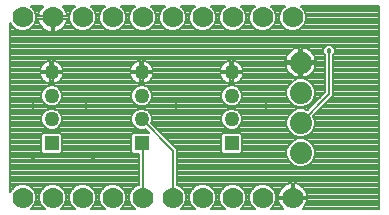
<source format=gbl>
G75*
%MOIN*%
%OFA0B0*%
%FSLAX25Y25*%
%IPPOS*%
%LPD*%
%AMOC8*
5,1,8,0,0,1.08239X$1,22.5*
%
%ADD10C,0.07000*%
%ADD11R,0.05000X0.05000*%
%ADD12C,0.05000*%
%ADD13C,0.07400*%
%ADD14C,0.00800*%
%ADD15C,0.01800*%
D10*
X0011800Y0023933D03*
X0021800Y0023933D03*
X0031800Y0023933D03*
X0041800Y0023933D03*
X0051800Y0023933D03*
X0061800Y0023933D03*
X0071800Y0023933D03*
X0081800Y0023933D03*
X0091800Y0023933D03*
X0101800Y0023933D03*
X0101800Y0084033D03*
X0091800Y0084033D03*
X0081800Y0084033D03*
X0071800Y0084033D03*
X0061800Y0084033D03*
X0051800Y0084033D03*
X0041800Y0084033D03*
X0031800Y0084033D03*
X0021800Y0084033D03*
X0011800Y0084033D03*
D11*
X0021400Y0042172D03*
X0051400Y0042172D03*
X0081400Y0042172D03*
D12*
X0081400Y0050046D03*
X0081400Y0057920D03*
X0081400Y0065794D03*
X0051400Y0065794D03*
X0051400Y0057920D03*
X0051400Y0050046D03*
X0021400Y0050046D03*
X0021400Y0057920D03*
X0021400Y0065794D03*
D13*
X0104400Y0068983D03*
X0104400Y0058983D03*
X0104400Y0048983D03*
X0104400Y0038983D03*
D14*
X0015615Y0021384D02*
X0014514Y0020283D01*
X0019086Y0020283D01*
X0017985Y0021384D01*
X0017300Y0023038D01*
X0017300Y0024828D01*
X0017985Y0026482D01*
X0019251Y0027748D01*
X0020905Y0028433D01*
X0022695Y0028433D01*
X0024349Y0027748D01*
X0025615Y0026482D01*
X0026300Y0024828D01*
X0026300Y0023038D01*
X0025615Y0021384D01*
X0024514Y0020283D01*
X0029086Y0020283D01*
X0027985Y0021384D01*
X0027300Y0023038D01*
X0027300Y0024828D01*
X0027985Y0026482D01*
X0029251Y0027748D01*
X0030905Y0028433D01*
X0032695Y0028433D01*
X0034349Y0027748D01*
X0035615Y0026482D01*
X0036300Y0024828D01*
X0036300Y0023038D01*
X0035615Y0021384D01*
X0034514Y0020283D01*
X0039086Y0020283D01*
X0037985Y0021384D01*
X0037300Y0023038D01*
X0037300Y0024828D01*
X0037985Y0026482D01*
X0039251Y0027748D01*
X0040905Y0028433D01*
X0042695Y0028433D01*
X0044349Y0027748D01*
X0045615Y0026482D01*
X0046300Y0024828D01*
X0046300Y0023038D01*
X0045615Y0021384D01*
X0044514Y0020283D01*
X0049086Y0020283D01*
X0047985Y0021384D01*
X0047300Y0023038D01*
X0047300Y0024828D01*
X0047985Y0026482D01*
X0049251Y0027748D01*
X0050400Y0028224D01*
X0050400Y0038672D01*
X0048486Y0038672D01*
X0047900Y0039258D01*
X0047900Y0045086D01*
X0048486Y0045672D01*
X0053794Y0045672D01*
X0052679Y0046787D01*
X0052096Y0046546D01*
X0050704Y0046546D01*
X0049417Y0047079D01*
X0048433Y0048063D01*
X0047900Y0049350D01*
X0047900Y0050742D01*
X0048433Y0052029D01*
X0049417Y0053013D01*
X0050704Y0053546D01*
X0052096Y0053546D01*
X0053383Y0053013D01*
X0054367Y0052029D01*
X0054900Y0050742D01*
X0054900Y0049350D01*
X0054659Y0048767D01*
X0063200Y0040226D01*
X0063200Y0028224D01*
X0064349Y0027748D01*
X0065615Y0026482D01*
X0066300Y0024828D01*
X0066300Y0023038D01*
X0065615Y0021384D01*
X0064514Y0020283D01*
X0069086Y0020283D01*
X0067985Y0021384D01*
X0067300Y0023038D01*
X0067300Y0024828D01*
X0067985Y0026482D01*
X0069251Y0027748D01*
X0070905Y0028433D01*
X0072695Y0028433D01*
X0074349Y0027748D01*
X0075615Y0026482D01*
X0076300Y0024828D01*
X0076300Y0023038D01*
X0075615Y0021384D01*
X0074514Y0020283D01*
X0079086Y0020283D01*
X0077985Y0021384D01*
X0077300Y0023038D01*
X0077300Y0024828D01*
X0077985Y0026482D01*
X0079251Y0027748D01*
X0080905Y0028433D01*
X0082695Y0028433D01*
X0084349Y0027748D01*
X0085615Y0026482D01*
X0086300Y0024828D01*
X0086300Y0023038D01*
X0085615Y0021384D01*
X0084514Y0020283D01*
X0089086Y0020283D01*
X0087985Y0021384D01*
X0087300Y0023038D01*
X0087300Y0024828D01*
X0087985Y0026482D01*
X0089251Y0027748D01*
X0090905Y0028433D01*
X0092695Y0028433D01*
X0094349Y0027748D01*
X0095615Y0026482D01*
X0096300Y0024828D01*
X0096300Y0023038D01*
X0095615Y0021384D01*
X0094514Y0020283D01*
X0098520Y0020283D01*
X0098062Y0020741D01*
X0097609Y0021365D01*
X0097259Y0022052D01*
X0097021Y0022786D01*
X0096902Y0023533D01*
X0101400Y0023533D01*
X0101400Y0024333D01*
X0096902Y0024333D01*
X0097021Y0025080D01*
X0097259Y0025814D01*
X0097609Y0026501D01*
X0098062Y0027125D01*
X0098608Y0027671D01*
X0099232Y0028124D01*
X0099919Y0028474D01*
X0100653Y0028712D01*
X0101400Y0028831D01*
X0101400Y0024333D01*
X0102200Y0024333D01*
X0106698Y0024333D01*
X0106579Y0025080D01*
X0106341Y0025814D01*
X0105991Y0026501D01*
X0105537Y0027125D01*
X0104992Y0027671D01*
X0104368Y0028124D01*
X0103681Y0028474D01*
X0102947Y0028712D01*
X0102200Y0028831D01*
X0102200Y0024333D01*
X0102200Y0023533D01*
X0106698Y0023533D01*
X0106579Y0022786D01*
X0106341Y0022052D01*
X0105991Y0021365D01*
X0105537Y0020741D01*
X0105080Y0020283D01*
X0130500Y0020283D01*
X0130500Y0087683D01*
X0104514Y0087683D01*
X0105615Y0086582D01*
X0106300Y0084928D01*
X0106300Y0083138D01*
X0105615Y0081484D01*
X0104349Y0080218D01*
X0102695Y0079533D01*
X0100905Y0079533D01*
X0099251Y0080218D01*
X0097985Y0081484D01*
X0097300Y0083138D01*
X0097300Y0084928D01*
X0097985Y0086582D01*
X0099086Y0087683D01*
X0094514Y0087683D01*
X0095615Y0086582D01*
X0096300Y0084928D01*
X0096300Y0083138D01*
X0095615Y0081484D01*
X0094349Y0080218D01*
X0092695Y0079533D01*
X0090905Y0079533D01*
X0089251Y0080218D01*
X0087985Y0081484D01*
X0087300Y0083138D01*
X0087300Y0084928D01*
X0087985Y0086582D01*
X0089086Y0087683D01*
X0084514Y0087683D01*
X0085615Y0086582D01*
X0086300Y0084928D01*
X0086300Y0083138D01*
X0085615Y0081484D01*
X0084349Y0080218D01*
X0082695Y0079533D01*
X0080905Y0079533D01*
X0079251Y0080218D01*
X0077985Y0081484D01*
X0077300Y0083138D01*
X0077300Y0084928D01*
X0077985Y0086582D01*
X0079086Y0087683D01*
X0074514Y0087683D01*
X0075615Y0086582D01*
X0076300Y0084928D01*
X0076300Y0083138D01*
X0075615Y0081484D01*
X0074349Y0080218D01*
X0072695Y0079533D01*
X0070905Y0079533D01*
X0069251Y0080218D01*
X0067985Y0081484D01*
X0067300Y0083138D01*
X0067300Y0084928D01*
X0067985Y0086582D01*
X0069086Y0087683D01*
X0064514Y0087683D01*
X0065615Y0086582D01*
X0066300Y0084928D01*
X0066300Y0083138D01*
X0065615Y0081484D01*
X0064349Y0080218D01*
X0062695Y0079533D01*
X0060905Y0079533D01*
X0059251Y0080218D01*
X0057985Y0081484D01*
X0057300Y0083138D01*
X0057300Y0084928D01*
X0057985Y0086582D01*
X0059086Y0087683D01*
X0054514Y0087683D01*
X0055615Y0086582D01*
X0056300Y0084928D01*
X0056300Y0083138D01*
X0055615Y0081484D01*
X0054349Y0080218D01*
X0052695Y0079533D01*
X0050905Y0079533D01*
X0049251Y0080218D01*
X0047985Y0081484D01*
X0047300Y0083138D01*
X0047300Y0084928D01*
X0047985Y0086582D01*
X0049086Y0087683D01*
X0044514Y0087683D01*
X0045615Y0086582D01*
X0046300Y0084928D01*
X0046300Y0083138D01*
X0045615Y0081484D01*
X0044349Y0080218D01*
X0042695Y0079533D01*
X0040905Y0079533D01*
X0039251Y0080218D01*
X0037985Y0081484D01*
X0037300Y0083138D01*
X0037300Y0084928D01*
X0037985Y0086582D01*
X0039086Y0087683D01*
X0034514Y0087683D01*
X0035615Y0086582D01*
X0036300Y0084928D01*
X0036300Y0083138D01*
X0035615Y0081484D01*
X0034349Y0080218D01*
X0032695Y0079533D01*
X0030905Y0079533D01*
X0029251Y0080218D01*
X0027985Y0081484D01*
X0027300Y0083138D01*
X0027300Y0084928D01*
X0027985Y0086582D01*
X0029086Y0087683D01*
X0025080Y0087683D01*
X0025537Y0087225D01*
X0025991Y0086601D01*
X0026341Y0085914D01*
X0026579Y0085180D01*
X0026698Y0084433D01*
X0022200Y0084433D01*
X0022200Y0083633D01*
X0022200Y0079135D01*
X0022947Y0079254D01*
X0023681Y0079492D01*
X0024368Y0079842D01*
X0024992Y0080296D01*
X0025537Y0080841D01*
X0025991Y0081465D01*
X0026341Y0082152D01*
X0026579Y0082886D01*
X0026698Y0083633D01*
X0022200Y0083633D01*
X0021400Y0083633D01*
X0021400Y0079135D01*
X0020653Y0079254D01*
X0019919Y0079492D01*
X0019232Y0079842D01*
X0018608Y0080296D01*
X0018062Y0080841D01*
X0017609Y0081465D01*
X0017259Y0082152D01*
X0017021Y0082886D01*
X0016902Y0083633D01*
X0021400Y0083633D01*
X0021400Y0084433D01*
X0016902Y0084433D01*
X0017021Y0085180D01*
X0017259Y0085914D01*
X0017609Y0086601D01*
X0018062Y0087225D01*
X0018520Y0087683D01*
X0014514Y0087683D01*
X0015615Y0086582D01*
X0016300Y0084928D01*
X0016300Y0083138D01*
X0015615Y0081484D01*
X0014349Y0080218D01*
X0012695Y0079533D01*
X0010905Y0079533D01*
X0009251Y0080218D01*
X0007985Y0081484D01*
X0007700Y0082172D01*
X0007700Y0025794D01*
X0007985Y0026482D01*
X0009251Y0027748D01*
X0010905Y0028433D01*
X0012695Y0028433D01*
X0014349Y0027748D01*
X0015615Y0026482D01*
X0016300Y0024828D01*
X0016300Y0023038D01*
X0015615Y0021384D01*
X0015609Y0021379D02*
X0017990Y0021379D01*
X0017657Y0022177D02*
X0015943Y0022177D01*
X0016274Y0022976D02*
X0017326Y0022976D01*
X0017300Y0023774D02*
X0016300Y0023774D01*
X0016300Y0024573D02*
X0017300Y0024573D01*
X0017525Y0025371D02*
X0016075Y0025371D01*
X0015744Y0026170D02*
X0017856Y0026170D01*
X0018471Y0026968D02*
X0015129Y0026968D01*
X0014304Y0027767D02*
X0019296Y0027767D01*
X0024304Y0027767D02*
X0029296Y0027767D01*
X0028471Y0026968D02*
X0025129Y0026968D01*
X0025744Y0026170D02*
X0027856Y0026170D01*
X0027525Y0025371D02*
X0026075Y0025371D01*
X0026300Y0024573D02*
X0027300Y0024573D01*
X0027300Y0023774D02*
X0026300Y0023774D01*
X0026274Y0022976D02*
X0027326Y0022976D01*
X0027657Y0022177D02*
X0025943Y0022177D01*
X0025609Y0021379D02*
X0027990Y0021379D01*
X0028789Y0020580D02*
X0024811Y0020580D01*
X0018789Y0020580D02*
X0014811Y0020580D01*
X0007856Y0026170D02*
X0007700Y0026170D01*
X0007700Y0026968D02*
X0008471Y0026968D01*
X0007700Y0027767D02*
X0009296Y0027767D01*
X0007700Y0028565D02*
X0050400Y0028565D01*
X0050400Y0029364D02*
X0007700Y0029364D01*
X0007700Y0030162D02*
X0050400Y0030162D01*
X0050400Y0030961D02*
X0007700Y0030961D01*
X0007700Y0031759D02*
X0050400Y0031759D01*
X0050400Y0032558D02*
X0007700Y0032558D01*
X0007700Y0033356D02*
X0050400Y0033356D01*
X0050400Y0034155D02*
X0007700Y0034155D01*
X0007700Y0034953D02*
X0050400Y0034953D01*
X0050400Y0035752D02*
X0007700Y0035752D01*
X0007700Y0036550D02*
X0050400Y0036550D01*
X0050400Y0037349D02*
X0007700Y0037349D01*
X0007700Y0038147D02*
X0050400Y0038147D01*
X0048212Y0038946D02*
X0024588Y0038946D01*
X0024314Y0038672D02*
X0024900Y0039258D01*
X0024900Y0045086D01*
X0024314Y0045672D01*
X0018486Y0045672D01*
X0017900Y0045086D01*
X0017900Y0039258D01*
X0018486Y0038672D01*
X0024314Y0038672D01*
X0024900Y0039744D02*
X0047900Y0039744D01*
X0047900Y0040543D02*
X0024900Y0040543D01*
X0024900Y0041341D02*
X0047900Y0041341D01*
X0047900Y0042140D02*
X0024900Y0042140D01*
X0024900Y0042938D02*
X0047900Y0042938D01*
X0047900Y0043737D02*
X0024900Y0043737D01*
X0024900Y0044535D02*
X0047900Y0044535D01*
X0048148Y0045334D02*
X0024652Y0045334D01*
X0023383Y0047079D02*
X0022096Y0046546D01*
X0020704Y0046546D01*
X0019417Y0047079D01*
X0018433Y0048063D01*
X0017900Y0049350D01*
X0017900Y0050742D01*
X0018433Y0052029D01*
X0019417Y0053013D01*
X0020704Y0053546D01*
X0022096Y0053546D01*
X0023383Y0053013D01*
X0024367Y0052029D01*
X0024900Y0050742D01*
X0024900Y0049350D01*
X0024367Y0048063D01*
X0023383Y0047079D01*
X0023025Y0046931D02*
X0049775Y0046931D01*
X0048767Y0047729D02*
X0024033Y0047729D01*
X0024560Y0048528D02*
X0048240Y0048528D01*
X0047910Y0049327D02*
X0024890Y0049327D01*
X0024900Y0050125D02*
X0047900Y0050125D01*
X0047975Y0050924D02*
X0024825Y0050924D01*
X0024494Y0051722D02*
X0048306Y0051722D01*
X0048925Y0052521D02*
X0023875Y0052521D01*
X0022644Y0053319D02*
X0050156Y0053319D01*
X0050704Y0054420D02*
X0052096Y0054420D01*
X0053383Y0054953D01*
X0054367Y0055937D01*
X0054900Y0057224D01*
X0054900Y0058616D01*
X0054367Y0059903D01*
X0053383Y0060887D01*
X0052096Y0061420D01*
X0050704Y0061420D01*
X0049417Y0060887D01*
X0048433Y0059903D01*
X0047900Y0058616D01*
X0047900Y0057224D01*
X0048433Y0055937D01*
X0049417Y0054953D01*
X0050704Y0054420D01*
X0049506Y0054916D02*
X0023294Y0054916D01*
X0023383Y0054953D02*
X0024367Y0055937D01*
X0024900Y0057224D01*
X0024900Y0058616D01*
X0024367Y0059903D01*
X0023383Y0060887D01*
X0022096Y0061420D01*
X0020704Y0061420D01*
X0019417Y0060887D01*
X0018433Y0059903D01*
X0017900Y0058616D01*
X0017900Y0057224D01*
X0018433Y0055937D01*
X0019417Y0054953D01*
X0020704Y0054420D01*
X0022096Y0054420D01*
X0023383Y0054953D01*
X0024144Y0055715D02*
X0048656Y0055715D01*
X0048194Y0056513D02*
X0024606Y0056513D01*
X0024900Y0057312D02*
X0047900Y0057312D01*
X0047900Y0058110D02*
X0024900Y0058110D01*
X0024779Y0058909D02*
X0048021Y0058909D01*
X0048352Y0059707D02*
X0024448Y0059707D01*
X0023764Y0060506D02*
X0049036Y0060506D01*
X0050424Y0061304D02*
X0022376Y0061304D01*
X0022538Y0062044D02*
X0023247Y0062338D01*
X0023886Y0062765D01*
X0024429Y0063308D01*
X0024856Y0063947D01*
X0025150Y0064656D01*
X0025299Y0065407D01*
X0021787Y0065407D01*
X0021787Y0061895D01*
X0022538Y0062044D01*
X0022679Y0062103D02*
X0050121Y0062103D01*
X0050262Y0062044D02*
X0049553Y0062338D01*
X0048914Y0062765D01*
X0048371Y0063308D01*
X0047944Y0063947D01*
X0047650Y0064656D01*
X0047501Y0065407D01*
X0051013Y0065407D01*
X0051787Y0065407D01*
X0051787Y0061895D01*
X0052538Y0062044D01*
X0053247Y0062338D01*
X0053886Y0062765D01*
X0054429Y0063308D01*
X0054856Y0063947D01*
X0055150Y0064656D01*
X0055299Y0065407D01*
X0051787Y0065407D01*
X0051787Y0066181D01*
X0055299Y0066181D01*
X0055150Y0066932D01*
X0054856Y0067641D01*
X0054429Y0068280D01*
X0053886Y0068823D01*
X0053247Y0069250D01*
X0052538Y0069544D01*
X0051787Y0069693D01*
X0051787Y0066182D01*
X0051013Y0066182D01*
X0051013Y0069693D01*
X0050262Y0069544D01*
X0049553Y0069250D01*
X0048914Y0068823D01*
X0048371Y0068280D01*
X0047944Y0067641D01*
X0047650Y0066932D01*
X0047501Y0066181D01*
X0051013Y0066181D01*
X0051013Y0065407D01*
X0051013Y0061895D01*
X0050262Y0062044D01*
X0051013Y0062103D02*
X0051787Y0062103D01*
X0051787Y0062901D02*
X0051013Y0062901D01*
X0051013Y0063700D02*
X0051787Y0063700D01*
X0051787Y0064498D02*
X0051013Y0064498D01*
X0051013Y0065297D02*
X0051787Y0065297D01*
X0051787Y0066095D02*
X0081013Y0066095D01*
X0081013Y0066181D02*
X0081013Y0065407D01*
X0081787Y0065407D01*
X0081787Y0061895D01*
X0082538Y0062044D01*
X0083247Y0062338D01*
X0083886Y0062765D01*
X0084429Y0063308D01*
X0084856Y0063947D01*
X0085150Y0064656D01*
X0085299Y0065407D01*
X0081787Y0065407D01*
X0081787Y0066181D01*
X0085299Y0066181D01*
X0085150Y0066932D01*
X0084856Y0067641D01*
X0084429Y0068280D01*
X0083886Y0068823D01*
X0083247Y0069250D01*
X0082538Y0069544D01*
X0081787Y0069693D01*
X0081787Y0066182D01*
X0081013Y0066182D01*
X0081013Y0069693D01*
X0080262Y0069544D01*
X0079553Y0069250D01*
X0078914Y0068823D01*
X0078371Y0068280D01*
X0077944Y0067641D01*
X0077650Y0066932D01*
X0077501Y0066181D01*
X0081013Y0066181D01*
X0081013Y0066894D02*
X0081787Y0066894D01*
X0081787Y0067692D02*
X0081013Y0067692D01*
X0081013Y0068491D02*
X0081787Y0068491D01*
X0081787Y0069289D02*
X0081013Y0069289D01*
X0079647Y0069289D02*
X0053153Y0069289D01*
X0054219Y0068491D02*
X0078581Y0068491D01*
X0077978Y0067692D02*
X0054822Y0067692D01*
X0055158Y0066894D02*
X0077642Y0066894D01*
X0077501Y0065407D02*
X0077650Y0064656D01*
X0077944Y0063947D01*
X0078371Y0063308D01*
X0078914Y0062765D01*
X0079553Y0062338D01*
X0080262Y0062044D01*
X0081013Y0061895D01*
X0081013Y0065407D01*
X0077501Y0065407D01*
X0077523Y0065297D02*
X0055277Y0065297D01*
X0055085Y0064498D02*
X0077715Y0064498D01*
X0078109Y0063700D02*
X0054691Y0063700D01*
X0054023Y0062901D02*
X0078777Y0062901D01*
X0080121Y0062103D02*
X0052679Y0062103D01*
X0052376Y0061304D02*
X0080424Y0061304D01*
X0080704Y0061420D02*
X0079417Y0060887D01*
X0078433Y0059903D01*
X0077900Y0058616D01*
X0077900Y0057224D01*
X0078433Y0055937D01*
X0079417Y0054953D01*
X0080704Y0054420D01*
X0082096Y0054420D01*
X0083383Y0054953D01*
X0084367Y0055937D01*
X0084900Y0057224D01*
X0084900Y0058616D01*
X0084367Y0059903D01*
X0083383Y0060887D01*
X0082096Y0061420D01*
X0080704Y0061420D01*
X0081013Y0062103D02*
X0081787Y0062103D01*
X0081787Y0062901D02*
X0081013Y0062901D01*
X0081013Y0063700D02*
X0081787Y0063700D01*
X0081787Y0064498D02*
X0081013Y0064498D01*
X0081013Y0065297D02*
X0081787Y0065297D01*
X0081787Y0066095D02*
X0100194Y0066095D01*
X0100038Y0066310D02*
X0100510Y0065661D01*
X0101078Y0065093D01*
X0101727Y0064621D01*
X0102442Y0064257D01*
X0103206Y0064009D01*
X0103999Y0063883D01*
X0104000Y0063883D01*
X0104000Y0068583D01*
X0104800Y0068583D01*
X0104800Y0063883D01*
X0104801Y0063883D01*
X0105594Y0064009D01*
X0106358Y0064257D01*
X0107073Y0064621D01*
X0107722Y0065093D01*
X0108290Y0065661D01*
X0108762Y0066310D01*
X0109126Y0067025D01*
X0109374Y0067789D01*
X0109500Y0068582D01*
X0109500Y0068583D01*
X0104800Y0068583D01*
X0104800Y0069383D01*
X0109500Y0069383D01*
X0109500Y0069384D01*
X0109374Y0070177D01*
X0109126Y0070941D01*
X0108762Y0071656D01*
X0108290Y0072305D01*
X0107722Y0072873D01*
X0107073Y0073345D01*
X0106358Y0073709D01*
X0105594Y0073957D01*
X0104801Y0074083D01*
X0104800Y0074083D01*
X0104800Y0069383D01*
X0104000Y0069383D01*
X0104000Y0068583D01*
X0099300Y0068583D01*
X0099300Y0068582D01*
X0099426Y0067789D01*
X0099674Y0067025D01*
X0100038Y0066310D01*
X0099741Y0066894D02*
X0085158Y0066894D01*
X0084822Y0067692D02*
X0099457Y0067692D01*
X0099314Y0068491D02*
X0084219Y0068491D01*
X0083153Y0069289D02*
X0104000Y0069289D01*
X0104000Y0069383D02*
X0099300Y0069383D01*
X0099300Y0069384D01*
X0099426Y0070177D01*
X0099674Y0070941D01*
X0100038Y0071656D01*
X0100510Y0072305D01*
X0101078Y0072873D01*
X0101727Y0073345D01*
X0102442Y0073709D01*
X0103206Y0073957D01*
X0103999Y0074083D01*
X0104000Y0074083D01*
X0104000Y0069383D01*
X0104000Y0070088D02*
X0104800Y0070088D01*
X0104800Y0070886D02*
X0104000Y0070886D01*
X0104000Y0071685D02*
X0104800Y0071685D01*
X0104800Y0072483D02*
X0104000Y0072483D01*
X0104000Y0073282D02*
X0104800Y0073282D01*
X0104800Y0074080D02*
X0104000Y0074080D01*
X0103982Y0074080D02*
X0007700Y0074080D01*
X0007700Y0073282D02*
X0101640Y0073282D01*
X0100688Y0072483D02*
X0007700Y0072483D01*
X0007700Y0071685D02*
X0100059Y0071685D01*
X0099656Y0070886D02*
X0007700Y0070886D01*
X0007700Y0070088D02*
X0099411Y0070088D01*
X0104000Y0068491D02*
X0104800Y0068491D01*
X0104800Y0069289D02*
X0112500Y0069289D01*
X0112500Y0068491D02*
X0109486Y0068491D01*
X0109343Y0067692D02*
X0112500Y0067692D01*
X0112500Y0066894D02*
X0109059Y0066894D01*
X0108606Y0066095D02*
X0112500Y0066095D01*
X0112500Y0065297D02*
X0107926Y0065297D01*
X0106832Y0064498D02*
X0112500Y0064498D01*
X0112500Y0063700D02*
X0084691Y0063700D01*
X0085085Y0064498D02*
X0101968Y0064498D01*
X0100874Y0065297D02*
X0085277Y0065297D01*
X0084023Y0062901D02*
X0101671Y0062901D01*
X0101738Y0062968D02*
X0100416Y0061645D01*
X0099700Y0059918D01*
X0099700Y0058048D01*
X0100416Y0056321D01*
X0101738Y0054999D01*
X0103465Y0054283D01*
X0105335Y0054283D01*
X0107062Y0054999D01*
X0108384Y0056321D01*
X0109100Y0058048D01*
X0109100Y0059918D01*
X0108384Y0061645D01*
X0107062Y0062968D01*
X0105335Y0063683D01*
X0103465Y0063683D01*
X0101738Y0062968D01*
X0100873Y0062103D02*
X0082679Y0062103D01*
X0082376Y0061304D02*
X0100274Y0061304D01*
X0099943Y0060506D02*
X0083764Y0060506D01*
X0084448Y0059707D02*
X0099700Y0059707D01*
X0099700Y0058909D02*
X0084779Y0058909D01*
X0084900Y0058110D02*
X0099700Y0058110D01*
X0100005Y0057312D02*
X0084900Y0057312D01*
X0084606Y0056513D02*
X0100336Y0056513D01*
X0101022Y0055715D02*
X0084144Y0055715D01*
X0083294Y0054916D02*
X0101937Y0054916D01*
X0102586Y0053319D02*
X0082644Y0053319D01*
X0082096Y0053546D02*
X0080704Y0053546D01*
X0079417Y0053013D01*
X0078433Y0052029D01*
X0077900Y0050742D01*
X0077900Y0049350D01*
X0078433Y0048063D01*
X0079417Y0047079D01*
X0080704Y0046546D01*
X0082096Y0046546D01*
X0083383Y0047079D01*
X0084367Y0048063D01*
X0084900Y0049350D01*
X0084900Y0050742D01*
X0084367Y0052029D01*
X0083383Y0053013D01*
X0082096Y0053546D01*
X0080156Y0053319D02*
X0052644Y0053319D01*
X0053875Y0052521D02*
X0078925Y0052521D01*
X0078306Y0051722D02*
X0054494Y0051722D01*
X0054825Y0050924D02*
X0077975Y0050924D01*
X0077900Y0050125D02*
X0054900Y0050125D01*
X0054890Y0049327D02*
X0077910Y0049327D01*
X0078240Y0048528D02*
X0054898Y0048528D01*
X0055696Y0047729D02*
X0078767Y0047729D01*
X0079775Y0046931D02*
X0056495Y0046931D01*
X0057293Y0046132D02*
X0100604Y0046132D01*
X0100416Y0046321D02*
X0101738Y0044999D01*
X0103465Y0044283D01*
X0105335Y0044283D01*
X0107062Y0044999D01*
X0108384Y0046321D01*
X0109100Y0048048D01*
X0109100Y0049918D01*
X0108577Y0051180D01*
X0114480Y0057083D01*
X0115300Y0057903D01*
X0115300Y0071596D01*
X0115800Y0072096D01*
X0115800Y0073670D01*
X0114687Y0074783D01*
X0113113Y0074783D01*
X0112000Y0073670D01*
X0112000Y0072096D01*
X0112500Y0071596D01*
X0112500Y0059063D01*
X0106597Y0053160D01*
X0105335Y0053683D01*
X0103465Y0053683D01*
X0101738Y0052968D01*
X0100416Y0051645D01*
X0099700Y0049918D01*
X0099700Y0048048D01*
X0100416Y0046321D01*
X0100163Y0046931D02*
X0083025Y0046931D01*
X0084033Y0047729D02*
X0099832Y0047729D01*
X0099700Y0048528D02*
X0084560Y0048528D01*
X0084890Y0049327D02*
X0099700Y0049327D01*
X0099786Y0050125D02*
X0084900Y0050125D01*
X0084825Y0050924D02*
X0100117Y0050924D01*
X0100492Y0051722D02*
X0084494Y0051722D01*
X0083875Y0052521D02*
X0101291Y0052521D01*
X0106214Y0053319D02*
X0106756Y0053319D01*
X0107555Y0054118D02*
X0007700Y0054118D01*
X0007700Y0054916D02*
X0019506Y0054916D01*
X0018656Y0055715D02*
X0007700Y0055715D01*
X0007700Y0056513D02*
X0018194Y0056513D01*
X0017900Y0057312D02*
X0007700Y0057312D01*
X0007700Y0058110D02*
X0017900Y0058110D01*
X0018021Y0058909D02*
X0007700Y0058909D01*
X0007700Y0059707D02*
X0018352Y0059707D01*
X0019036Y0060506D02*
X0007700Y0060506D01*
X0007700Y0061304D02*
X0020424Y0061304D01*
X0020262Y0062044D02*
X0019553Y0062338D01*
X0018914Y0062765D01*
X0018371Y0063308D01*
X0017944Y0063947D01*
X0017650Y0064656D01*
X0017501Y0065407D01*
X0021013Y0065407D01*
X0021787Y0065407D01*
X0021787Y0066181D01*
X0025299Y0066181D01*
X0025150Y0066932D01*
X0024856Y0067641D01*
X0024429Y0068280D01*
X0023886Y0068823D01*
X0023247Y0069250D01*
X0022538Y0069544D01*
X0021787Y0069693D01*
X0021787Y0066182D01*
X0021013Y0066182D01*
X0021013Y0069693D01*
X0020262Y0069544D01*
X0019553Y0069250D01*
X0018914Y0068823D01*
X0018371Y0068280D01*
X0017944Y0067641D01*
X0017650Y0066932D01*
X0017501Y0066181D01*
X0021013Y0066181D01*
X0021013Y0065407D01*
X0021013Y0061895D01*
X0020262Y0062044D01*
X0020121Y0062103D02*
X0007700Y0062103D01*
X0007700Y0062901D02*
X0018777Y0062901D01*
X0018109Y0063700D02*
X0007700Y0063700D01*
X0007700Y0064498D02*
X0017715Y0064498D01*
X0017523Y0065297D02*
X0007700Y0065297D01*
X0007700Y0066095D02*
X0021013Y0066095D01*
X0021787Y0066095D02*
X0051013Y0066095D01*
X0051013Y0066894D02*
X0051787Y0066894D01*
X0051787Y0067692D02*
X0051013Y0067692D01*
X0051013Y0068491D02*
X0051787Y0068491D01*
X0051787Y0069289D02*
X0051013Y0069289D01*
X0049647Y0069289D02*
X0023153Y0069289D01*
X0024219Y0068491D02*
X0048581Y0068491D01*
X0047978Y0067692D02*
X0024822Y0067692D01*
X0025158Y0066894D02*
X0047642Y0066894D01*
X0047523Y0065297D02*
X0025277Y0065297D01*
X0025085Y0064498D02*
X0047715Y0064498D01*
X0048109Y0063700D02*
X0024691Y0063700D01*
X0024023Y0062901D02*
X0048777Y0062901D01*
X0053764Y0060506D02*
X0079036Y0060506D01*
X0078352Y0059707D02*
X0054448Y0059707D01*
X0054779Y0058909D02*
X0078021Y0058909D01*
X0077900Y0058110D02*
X0054900Y0058110D01*
X0054900Y0057312D02*
X0077900Y0057312D01*
X0078194Y0056513D02*
X0054606Y0056513D01*
X0054144Y0055715D02*
X0078656Y0055715D01*
X0079506Y0054916D02*
X0053294Y0054916D01*
X0051400Y0050046D02*
X0061800Y0039646D01*
X0061800Y0023933D01*
X0065943Y0022177D02*
X0067657Y0022177D01*
X0067326Y0022976D02*
X0066274Y0022976D01*
X0066300Y0023774D02*
X0067300Y0023774D01*
X0067300Y0024573D02*
X0066300Y0024573D01*
X0066075Y0025371D02*
X0067525Y0025371D01*
X0067856Y0026170D02*
X0065744Y0026170D01*
X0065129Y0026968D02*
X0068471Y0026968D01*
X0069296Y0027767D02*
X0064304Y0027767D01*
X0063200Y0028565D02*
X0100200Y0028565D01*
X0101400Y0028565D02*
X0102200Y0028565D01*
X0102200Y0027767D02*
X0101400Y0027767D01*
X0101400Y0026968D02*
X0102200Y0026968D01*
X0102200Y0026170D02*
X0101400Y0026170D01*
X0101400Y0025371D02*
X0102200Y0025371D01*
X0102200Y0024573D02*
X0101400Y0024573D01*
X0101400Y0023774D02*
X0096300Y0023774D01*
X0096300Y0024573D02*
X0096940Y0024573D01*
X0097115Y0025371D02*
X0096075Y0025371D01*
X0095744Y0026170D02*
X0097440Y0026170D01*
X0097948Y0026968D02*
X0095129Y0026968D01*
X0094304Y0027767D02*
X0098740Y0027767D01*
X0103400Y0028565D02*
X0130500Y0028565D01*
X0130500Y0027767D02*
X0104860Y0027767D01*
X0105652Y0026968D02*
X0130500Y0026968D01*
X0130500Y0026170D02*
X0106160Y0026170D01*
X0106485Y0025371D02*
X0130500Y0025371D01*
X0130500Y0024573D02*
X0106660Y0024573D01*
X0106609Y0022976D02*
X0130500Y0022976D01*
X0130500Y0023774D02*
X0102200Y0023774D01*
X0097602Y0021379D02*
X0095609Y0021379D01*
X0095943Y0022177D02*
X0097218Y0022177D01*
X0096991Y0022976D02*
X0096274Y0022976D01*
X0094811Y0020580D02*
X0098223Y0020580D01*
X0105377Y0020580D02*
X0130500Y0020580D01*
X0130500Y0021379D02*
X0105998Y0021379D01*
X0106382Y0022177D02*
X0130500Y0022177D01*
X0130500Y0029364D02*
X0063200Y0029364D01*
X0063200Y0030162D02*
X0130500Y0030162D01*
X0130500Y0030961D02*
X0063200Y0030961D01*
X0063200Y0031759D02*
X0130500Y0031759D01*
X0130500Y0032558D02*
X0063200Y0032558D01*
X0063200Y0033356D02*
X0130500Y0033356D01*
X0130500Y0034155D02*
X0063200Y0034155D01*
X0063200Y0034953D02*
X0101847Y0034953D01*
X0101738Y0034999D02*
X0103465Y0034283D01*
X0105335Y0034283D01*
X0107062Y0034999D01*
X0108384Y0036321D01*
X0109100Y0038048D01*
X0109100Y0039918D01*
X0108384Y0041645D01*
X0107062Y0042968D01*
X0105335Y0043683D01*
X0103465Y0043683D01*
X0101738Y0042968D01*
X0100416Y0041645D01*
X0099700Y0039918D01*
X0099700Y0038048D01*
X0100416Y0036321D01*
X0101738Y0034999D01*
X0100984Y0035752D02*
X0063200Y0035752D01*
X0063200Y0036550D02*
X0100320Y0036550D01*
X0099990Y0037349D02*
X0063200Y0037349D01*
X0063200Y0038147D02*
X0099700Y0038147D01*
X0099700Y0038946D02*
X0084588Y0038946D01*
X0084314Y0038672D02*
X0084900Y0039258D01*
X0084900Y0045086D01*
X0084314Y0045672D01*
X0078486Y0045672D01*
X0077900Y0045086D01*
X0077900Y0039258D01*
X0078486Y0038672D01*
X0084314Y0038672D01*
X0084900Y0039744D02*
X0099700Y0039744D01*
X0099959Y0040543D02*
X0084900Y0040543D01*
X0084900Y0041341D02*
X0100290Y0041341D01*
X0100910Y0042140D02*
X0084900Y0042140D01*
X0084900Y0042938D02*
X0101709Y0042938D01*
X0102856Y0044535D02*
X0084900Y0044535D01*
X0084900Y0043737D02*
X0130500Y0043737D01*
X0130500Y0044535D02*
X0105944Y0044535D01*
X0107398Y0045334D02*
X0130500Y0045334D01*
X0130500Y0046132D02*
X0108196Y0046132D01*
X0108637Y0046931D02*
X0130500Y0046931D01*
X0130500Y0047729D02*
X0108968Y0047729D01*
X0109100Y0048528D02*
X0130500Y0048528D01*
X0130500Y0049327D02*
X0109100Y0049327D01*
X0109014Y0050125D02*
X0130500Y0050125D01*
X0130500Y0050924D02*
X0108683Y0050924D01*
X0109119Y0051722D02*
X0130500Y0051722D01*
X0130500Y0052521D02*
X0109917Y0052521D01*
X0110716Y0053319D02*
X0130500Y0053319D01*
X0130500Y0054118D02*
X0111514Y0054118D01*
X0112313Y0054916D02*
X0130500Y0054916D01*
X0130500Y0055715D02*
X0113111Y0055715D01*
X0113910Y0056513D02*
X0130500Y0056513D01*
X0130500Y0057312D02*
X0114708Y0057312D01*
X0115300Y0058110D02*
X0130500Y0058110D01*
X0130500Y0058909D02*
X0115300Y0058909D01*
X0115300Y0059707D02*
X0130500Y0059707D01*
X0130500Y0060506D02*
X0115300Y0060506D01*
X0115300Y0061304D02*
X0130500Y0061304D01*
X0130500Y0062103D02*
X0115300Y0062103D01*
X0115300Y0062901D02*
X0130500Y0062901D01*
X0130500Y0063700D02*
X0115300Y0063700D01*
X0115300Y0064498D02*
X0130500Y0064498D01*
X0130500Y0065297D02*
X0115300Y0065297D01*
X0115300Y0066095D02*
X0130500Y0066095D01*
X0130500Y0066894D02*
X0115300Y0066894D01*
X0115300Y0067692D02*
X0130500Y0067692D01*
X0130500Y0068491D02*
X0115300Y0068491D01*
X0115300Y0069289D02*
X0130500Y0069289D01*
X0130500Y0070088D02*
X0115300Y0070088D01*
X0115300Y0070886D02*
X0130500Y0070886D01*
X0130500Y0071685D02*
X0115389Y0071685D01*
X0115800Y0072483D02*
X0130500Y0072483D01*
X0130500Y0073282D02*
X0115800Y0073282D01*
X0115390Y0074080D02*
X0130500Y0074080D01*
X0130500Y0074879D02*
X0007700Y0074879D01*
X0007700Y0075677D02*
X0130500Y0075677D01*
X0130500Y0076476D02*
X0007700Y0076476D01*
X0007700Y0077274D02*
X0130500Y0077274D01*
X0130500Y0078073D02*
X0007700Y0078073D01*
X0007700Y0078871D02*
X0130500Y0078871D01*
X0130500Y0079670D02*
X0103026Y0079670D01*
X0104599Y0080468D02*
X0130500Y0080468D01*
X0130500Y0081267D02*
X0105398Y0081267D01*
X0105856Y0082065D02*
X0130500Y0082065D01*
X0130500Y0082864D02*
X0106186Y0082864D01*
X0106300Y0083662D02*
X0130500Y0083662D01*
X0130500Y0084461D02*
X0106300Y0084461D01*
X0106163Y0085260D02*
X0130500Y0085260D01*
X0130500Y0086058D02*
X0105832Y0086058D01*
X0105340Y0086857D02*
X0130500Y0086857D01*
X0130500Y0087655D02*
X0104542Y0087655D01*
X0099058Y0087655D02*
X0094542Y0087655D01*
X0095340Y0086857D02*
X0098260Y0086857D01*
X0097768Y0086058D02*
X0095832Y0086058D01*
X0096163Y0085260D02*
X0097437Y0085260D01*
X0097300Y0084461D02*
X0096300Y0084461D01*
X0096300Y0083662D02*
X0097300Y0083662D01*
X0097413Y0082864D02*
X0096186Y0082864D01*
X0095856Y0082065D02*
X0097744Y0082065D01*
X0098202Y0081267D02*
X0095398Y0081267D01*
X0094599Y0080468D02*
X0099001Y0080468D01*
X0100574Y0079670D02*
X0093026Y0079670D01*
X0090574Y0079670D02*
X0083026Y0079670D01*
X0084599Y0080468D02*
X0089001Y0080468D01*
X0088202Y0081267D02*
X0085398Y0081267D01*
X0085856Y0082065D02*
X0087744Y0082065D01*
X0087413Y0082864D02*
X0086186Y0082864D01*
X0086300Y0083662D02*
X0087300Y0083662D01*
X0087300Y0084461D02*
X0086300Y0084461D01*
X0086163Y0085260D02*
X0087437Y0085260D01*
X0087768Y0086058D02*
X0085832Y0086058D01*
X0085340Y0086857D02*
X0088260Y0086857D01*
X0089058Y0087655D02*
X0084542Y0087655D01*
X0079058Y0087655D02*
X0074542Y0087655D01*
X0075340Y0086857D02*
X0078260Y0086857D01*
X0077768Y0086058D02*
X0075832Y0086058D01*
X0076163Y0085260D02*
X0077437Y0085260D01*
X0077300Y0084461D02*
X0076300Y0084461D01*
X0076300Y0083662D02*
X0077300Y0083662D01*
X0077413Y0082864D02*
X0076186Y0082864D01*
X0075856Y0082065D02*
X0077744Y0082065D01*
X0078202Y0081267D02*
X0075398Y0081267D01*
X0074599Y0080468D02*
X0079001Y0080468D01*
X0080574Y0079670D02*
X0073026Y0079670D01*
X0070574Y0079670D02*
X0063026Y0079670D01*
X0064599Y0080468D02*
X0069001Y0080468D01*
X0068202Y0081267D02*
X0065398Y0081267D01*
X0065856Y0082065D02*
X0067744Y0082065D01*
X0067413Y0082864D02*
X0066186Y0082864D01*
X0066300Y0083662D02*
X0067300Y0083662D01*
X0067300Y0084461D02*
X0066300Y0084461D01*
X0066163Y0085260D02*
X0067437Y0085260D01*
X0067768Y0086058D02*
X0065832Y0086058D01*
X0065340Y0086857D02*
X0068260Y0086857D01*
X0069058Y0087655D02*
X0064542Y0087655D01*
X0059058Y0087655D02*
X0054542Y0087655D01*
X0055340Y0086857D02*
X0058260Y0086857D01*
X0057768Y0086058D02*
X0055832Y0086058D01*
X0056163Y0085260D02*
X0057437Y0085260D01*
X0057300Y0084461D02*
X0056300Y0084461D01*
X0056300Y0083662D02*
X0057300Y0083662D01*
X0057413Y0082864D02*
X0056186Y0082864D01*
X0055856Y0082065D02*
X0057744Y0082065D01*
X0058202Y0081267D02*
X0055398Y0081267D01*
X0054599Y0080468D02*
X0059001Y0080468D01*
X0060574Y0079670D02*
X0053026Y0079670D01*
X0050574Y0079670D02*
X0043026Y0079670D01*
X0044599Y0080468D02*
X0049001Y0080468D01*
X0048202Y0081267D02*
X0045398Y0081267D01*
X0045856Y0082065D02*
X0047744Y0082065D01*
X0047413Y0082864D02*
X0046186Y0082864D01*
X0046300Y0083662D02*
X0047300Y0083662D01*
X0047300Y0084461D02*
X0046300Y0084461D01*
X0046163Y0085260D02*
X0047437Y0085260D01*
X0047768Y0086058D02*
X0045832Y0086058D01*
X0045340Y0086857D02*
X0048260Y0086857D01*
X0049058Y0087655D02*
X0044542Y0087655D01*
X0039058Y0087655D02*
X0034542Y0087655D01*
X0035340Y0086857D02*
X0038260Y0086857D01*
X0037768Y0086058D02*
X0035832Y0086058D01*
X0036163Y0085260D02*
X0037437Y0085260D01*
X0037300Y0084461D02*
X0036300Y0084461D01*
X0036300Y0083662D02*
X0037300Y0083662D01*
X0037413Y0082864D02*
X0036186Y0082864D01*
X0035856Y0082065D02*
X0037744Y0082065D01*
X0038202Y0081267D02*
X0035398Y0081267D01*
X0034599Y0080468D02*
X0039001Y0080468D01*
X0040574Y0079670D02*
X0033026Y0079670D01*
X0030574Y0079670D02*
X0024030Y0079670D01*
X0025165Y0080468D02*
X0029001Y0080468D01*
X0028202Y0081267D02*
X0025847Y0081267D01*
X0026297Y0082065D02*
X0027744Y0082065D01*
X0027413Y0082864D02*
X0026572Y0082864D01*
X0027300Y0083662D02*
X0022200Y0083662D01*
X0022200Y0082864D02*
X0021400Y0082864D01*
X0021400Y0083662D02*
X0016300Y0083662D01*
X0016300Y0084461D02*
X0016907Y0084461D01*
X0017046Y0085260D02*
X0016163Y0085260D01*
X0015832Y0086058D02*
X0017332Y0086058D01*
X0017795Y0086857D02*
X0015340Y0086857D01*
X0014542Y0087655D02*
X0018492Y0087655D01*
X0025108Y0087655D02*
X0029058Y0087655D01*
X0028260Y0086857D02*
X0025805Y0086857D01*
X0026268Y0086058D02*
X0027768Y0086058D01*
X0027437Y0085260D02*
X0026554Y0085260D01*
X0026693Y0084461D02*
X0027300Y0084461D01*
X0022200Y0082065D02*
X0021400Y0082065D01*
X0021400Y0081267D02*
X0022200Y0081267D01*
X0022200Y0080468D02*
X0021400Y0080468D01*
X0021400Y0079670D02*
X0022200Y0079670D01*
X0019570Y0079670D02*
X0013026Y0079670D01*
X0014599Y0080468D02*
X0018435Y0080468D01*
X0017753Y0081267D02*
X0015398Y0081267D01*
X0015856Y0082065D02*
X0017303Y0082065D01*
X0017028Y0082864D02*
X0016186Y0082864D01*
X0010574Y0079670D02*
X0007700Y0079670D01*
X0007700Y0080468D02*
X0009001Y0080468D01*
X0008202Y0081267D02*
X0007700Y0081267D01*
X0007700Y0082065D02*
X0007744Y0082065D01*
X0007700Y0069289D02*
X0019647Y0069289D01*
X0018581Y0068491D02*
X0007700Y0068491D01*
X0007700Y0067692D02*
X0017978Y0067692D01*
X0017642Y0066894D02*
X0007700Y0066894D01*
X0021013Y0066894D02*
X0021787Y0066894D01*
X0021787Y0067692D02*
X0021013Y0067692D01*
X0021013Y0068491D02*
X0021787Y0068491D01*
X0021787Y0069289D02*
X0021013Y0069289D01*
X0021013Y0065297D02*
X0021787Y0065297D01*
X0021787Y0064498D02*
X0021013Y0064498D01*
X0021013Y0063700D02*
X0021787Y0063700D01*
X0021787Y0062901D02*
X0021013Y0062901D01*
X0021013Y0062103D02*
X0021787Y0062103D01*
X0020156Y0053319D02*
X0007700Y0053319D01*
X0007700Y0052521D02*
X0018925Y0052521D01*
X0018306Y0051722D02*
X0007700Y0051722D01*
X0007700Y0050924D02*
X0017975Y0050924D01*
X0017900Y0050125D02*
X0007700Y0050125D01*
X0007700Y0049327D02*
X0017910Y0049327D01*
X0018240Y0048528D02*
X0007700Y0048528D01*
X0007700Y0047729D02*
X0018767Y0047729D01*
X0019775Y0046931D02*
X0007700Y0046931D01*
X0007700Y0046132D02*
X0053334Y0046132D01*
X0058092Y0045334D02*
X0078148Y0045334D01*
X0077900Y0044535D02*
X0058891Y0044535D01*
X0059689Y0043737D02*
X0077900Y0043737D01*
X0077900Y0042938D02*
X0060488Y0042938D01*
X0061286Y0042140D02*
X0077900Y0042140D01*
X0077900Y0041341D02*
X0062085Y0041341D01*
X0062883Y0040543D02*
X0077900Y0040543D01*
X0077900Y0039744D02*
X0063200Y0039744D01*
X0063200Y0038946D02*
X0078212Y0038946D01*
X0084652Y0045334D02*
X0101402Y0045334D01*
X0107091Y0042938D02*
X0130500Y0042938D01*
X0130500Y0042140D02*
X0107890Y0042140D01*
X0108510Y0041341D02*
X0130500Y0041341D01*
X0130500Y0040543D02*
X0108841Y0040543D01*
X0109100Y0039744D02*
X0130500Y0039744D01*
X0130500Y0038946D02*
X0109100Y0038946D01*
X0109100Y0038147D02*
X0130500Y0038147D01*
X0130500Y0037349D02*
X0108810Y0037349D01*
X0108480Y0036550D02*
X0130500Y0036550D01*
X0130500Y0035752D02*
X0107816Y0035752D01*
X0106953Y0034953D02*
X0130500Y0034953D01*
X0113900Y0058483D02*
X0104400Y0048983D01*
X0106863Y0054916D02*
X0108353Y0054916D01*
X0107778Y0055715D02*
X0109152Y0055715D01*
X0108464Y0056513D02*
X0109950Y0056513D01*
X0110749Y0057312D02*
X0108795Y0057312D01*
X0109100Y0058110D02*
X0111547Y0058110D01*
X0112346Y0058909D02*
X0109100Y0058909D01*
X0109100Y0059707D02*
X0112500Y0059707D01*
X0112500Y0060506D02*
X0108857Y0060506D01*
X0108526Y0061304D02*
X0112500Y0061304D01*
X0112500Y0062103D02*
X0107927Y0062103D01*
X0107129Y0062901D02*
X0112500Y0062901D01*
X0104800Y0064498D02*
X0104000Y0064498D01*
X0104000Y0065297D02*
X0104800Y0065297D01*
X0104800Y0066095D02*
X0104000Y0066095D01*
X0104000Y0066894D02*
X0104800Y0066894D01*
X0104800Y0067692D02*
X0104000Y0067692D01*
X0109389Y0070088D02*
X0112500Y0070088D01*
X0112500Y0070886D02*
X0109144Y0070886D01*
X0108741Y0071685D02*
X0112411Y0071685D01*
X0112000Y0072483D02*
X0108112Y0072483D01*
X0107160Y0073282D02*
X0112000Y0073282D01*
X0112410Y0074080D02*
X0104818Y0074080D01*
X0113900Y0072883D02*
X0113900Y0058483D01*
X0089296Y0027767D02*
X0084304Y0027767D01*
X0085129Y0026968D02*
X0088471Y0026968D01*
X0087856Y0026170D02*
X0085744Y0026170D01*
X0086075Y0025371D02*
X0087525Y0025371D01*
X0087300Y0024573D02*
X0086300Y0024573D01*
X0086300Y0023774D02*
X0087300Y0023774D01*
X0087326Y0022976D02*
X0086274Y0022976D01*
X0085943Y0022177D02*
X0087657Y0022177D01*
X0087990Y0021379D02*
X0085609Y0021379D01*
X0084811Y0020580D02*
X0088789Y0020580D01*
X0078789Y0020580D02*
X0074811Y0020580D01*
X0075609Y0021379D02*
X0077990Y0021379D01*
X0077657Y0022177D02*
X0075943Y0022177D01*
X0076274Y0022976D02*
X0077326Y0022976D01*
X0077300Y0023774D02*
X0076300Y0023774D01*
X0076300Y0024573D02*
X0077300Y0024573D01*
X0077525Y0025371D02*
X0076075Y0025371D01*
X0075744Y0026170D02*
X0077856Y0026170D01*
X0078471Y0026968D02*
X0075129Y0026968D01*
X0074304Y0027767D02*
X0079296Y0027767D01*
X0067990Y0021379D02*
X0065609Y0021379D01*
X0064811Y0020580D02*
X0068789Y0020580D01*
X0051800Y0023933D02*
X0051800Y0041772D01*
X0051400Y0042172D01*
X0049296Y0027767D02*
X0044304Y0027767D01*
X0045129Y0026968D02*
X0048471Y0026968D01*
X0047856Y0026170D02*
X0045744Y0026170D01*
X0046075Y0025371D02*
X0047525Y0025371D01*
X0047300Y0024573D02*
X0046300Y0024573D01*
X0046300Y0023774D02*
X0047300Y0023774D01*
X0047326Y0022976D02*
X0046274Y0022976D01*
X0045943Y0022177D02*
X0047657Y0022177D01*
X0047990Y0021379D02*
X0045609Y0021379D01*
X0044811Y0020580D02*
X0048789Y0020580D01*
X0038789Y0020580D02*
X0034811Y0020580D01*
X0035609Y0021379D02*
X0037990Y0021379D01*
X0037657Y0022177D02*
X0035943Y0022177D01*
X0036274Y0022976D02*
X0037326Y0022976D01*
X0037300Y0023774D02*
X0036300Y0023774D01*
X0036300Y0024573D02*
X0037300Y0024573D01*
X0037525Y0025371D02*
X0036075Y0025371D01*
X0035744Y0026170D02*
X0037856Y0026170D01*
X0038471Y0026968D02*
X0035129Y0026968D01*
X0034304Y0027767D02*
X0039296Y0027767D01*
X0018212Y0038946D02*
X0007700Y0038946D01*
X0007700Y0039744D02*
X0017900Y0039744D01*
X0017900Y0040543D02*
X0007700Y0040543D01*
X0007700Y0041341D02*
X0017900Y0041341D01*
X0017900Y0042140D02*
X0007700Y0042140D01*
X0007700Y0042938D02*
X0017900Y0042938D01*
X0017900Y0043737D02*
X0007700Y0043737D01*
X0007700Y0044535D02*
X0017900Y0044535D01*
X0018148Y0045334D02*
X0007700Y0045334D01*
D15*
X0015300Y0044383D03*
X0015300Y0036883D03*
X0035300Y0036883D03*
X0037800Y0044383D03*
X0032800Y0054383D03*
X0015300Y0054383D03*
X0062800Y0054383D03*
X0067800Y0044383D03*
X0092800Y0044383D03*
X0107800Y0044383D03*
X0092800Y0054383D03*
X0113900Y0072883D03*
M02*

</source>
